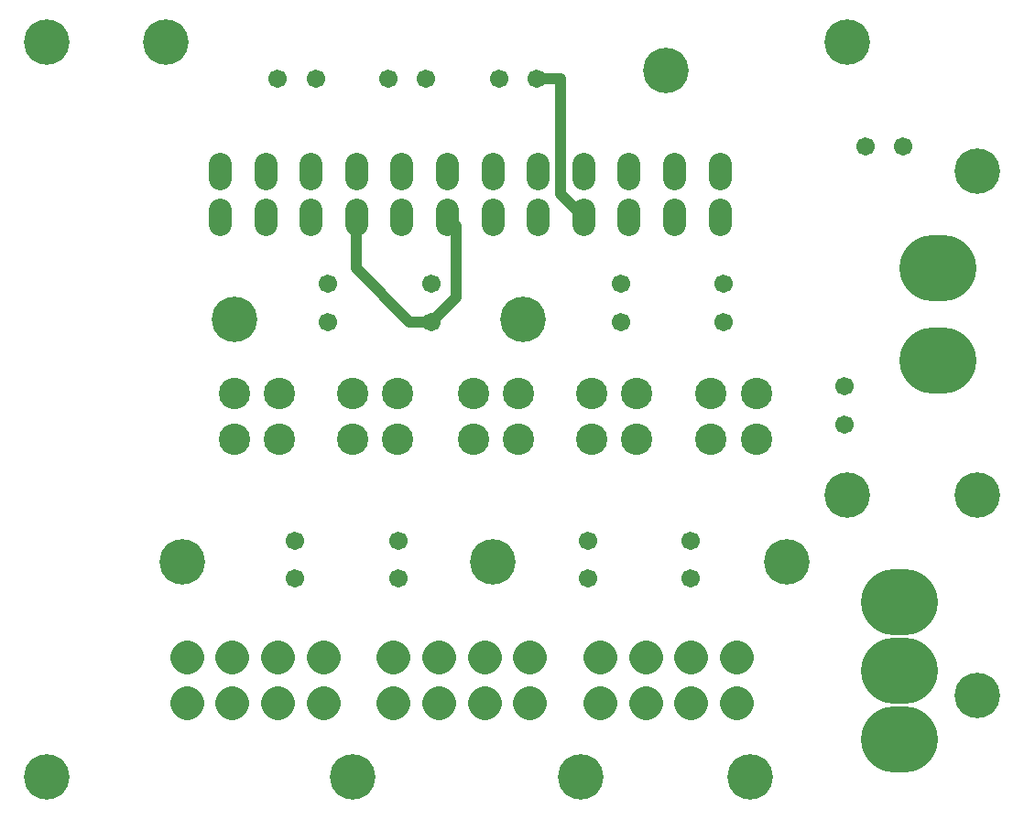
<source format=gbs>
G04 Layer: BottomSolderMaskLayer*
G04 EasyEDA v6.4.19.4, 2021-09-18T03:44:13+08:00*
G04 1fc8be4444e141828a02f3c2f3ba565e,119f753a6ce64b8d841f2ad33262ab0c,10*
G04 Gerber Generator version 0.2*
G04 Scale: 100 percent, Rotated: No, Reflected: No *
G04 Dimensions in millimeters *
G04 leading zeros omitted , absolute positions ,4 integer and 5 decimal *
%FSLAX45Y45*%
%MOMM*%

%ADD12C,1.0000*%
%ADD26C,6.1016*%
%ADD27C,2.1000*%
%ADD28C,3.1016*%
%ADD29C,4.2032*%
%ADD30C,1.7016*%
%ADD31C,2.9016*%

%LPD*%
D12*
X3306097Y5631992D02*
G01*
X3306097Y5152102D01*
X3797315Y4660884D01*
X4000500Y4660884D01*
X4146100Y5631992D02*
G01*
X4229100Y5548993D01*
X4229100Y4889484D01*
X4000500Y4660884D01*
X5194300Y6908800D02*
G01*
X5105400Y6908800D01*
X5105400Y6908800D02*
G01*
X4975608Y6908800D01*
X5406095Y5631990D02*
G01*
X5194300Y5843785D01*
X5194300Y6908800D01*
D26*
X8736799Y5156200D02*
G01*
X8636800Y5156200D01*
X8381199Y2070100D02*
G01*
X8281200Y2070100D01*
X8381199Y1435100D02*
G01*
X8281200Y1435100D01*
X8381199Y800100D02*
G01*
X8281200Y800100D01*
X8736799Y4305300D02*
G01*
X8636800Y4305300D01*
D27*
X2046104Y5701992D02*
G01*
X2046104Y5561992D01*
X2046104Y6122007D02*
G01*
X2046104Y5982007D01*
X2466093Y5701992D02*
G01*
X2466093Y5561992D01*
X2466093Y6122007D02*
G01*
X2466093Y5982007D01*
X2886108Y5701992D02*
G01*
X2886108Y5561992D01*
X2886108Y6122007D02*
G01*
X2886108Y5982007D01*
X3306097Y5701992D02*
G01*
X3306097Y5561992D01*
X3306097Y6122007D02*
G01*
X3306097Y5982007D01*
X3726111Y5701992D02*
G01*
X3726111Y5561992D01*
X3726111Y6122007D02*
G01*
X3726111Y5982007D01*
X4146100Y5701992D02*
G01*
X4146100Y5561992D01*
X4146100Y6122007D02*
G01*
X4146100Y5982007D01*
X4566114Y5701992D02*
G01*
X4566114Y5561992D01*
X4566114Y6122007D02*
G01*
X4566114Y5982007D01*
X4986103Y5701992D02*
G01*
X4986103Y5561992D01*
X4986103Y6122007D02*
G01*
X4986103Y5982007D01*
X5406092Y5701992D02*
G01*
X5406092Y5561992D01*
X5406092Y6122007D02*
G01*
X5406092Y5982007D01*
X5826107Y5701992D02*
G01*
X5826107Y5561992D01*
X5826107Y6122007D02*
G01*
X5826107Y5982007D01*
X6246096Y5701992D02*
G01*
X6246096Y5561992D01*
X6246096Y6122007D02*
G01*
X6246096Y5982007D01*
X6666110Y5701992D02*
G01*
X6666110Y5561992D01*
X6666110Y6122007D02*
G01*
X6666110Y5982007D01*
D28*
X1737995Y1136650D02*
G01*
X1737995Y1136650D01*
X1737995Y1556765D02*
G01*
X1737995Y1556765D01*
X2158111Y1136650D02*
G01*
X2158111Y1136650D01*
X2158111Y1556765D02*
G01*
X2158111Y1556765D01*
X2578988Y1135634D02*
G01*
X2578988Y1135634D01*
X2578988Y1555750D02*
G01*
X2578988Y1555750D01*
X2999104Y1135634D02*
G01*
X2999104Y1135634D01*
X2999104Y1555750D02*
G01*
X2999104Y1555750D01*
X3649345Y1136650D02*
G01*
X3649345Y1136650D01*
X3649345Y1556765D02*
G01*
X3649345Y1556765D01*
X4069461Y1136650D02*
G01*
X4069461Y1136650D01*
X4069461Y1556765D02*
G01*
X4069461Y1556765D01*
X4490338Y1135634D02*
G01*
X4490338Y1135634D01*
X4490338Y1555750D02*
G01*
X4490338Y1555750D01*
X4910454Y1135634D02*
G01*
X4910454Y1135634D01*
X4910454Y1555750D02*
G01*
X4910454Y1555750D01*
X5560695Y1136650D02*
G01*
X5560695Y1136650D01*
X5560695Y1556765D02*
G01*
X5560695Y1556765D01*
X5980811Y1136650D02*
G01*
X5980811Y1136650D01*
X5980811Y1556765D02*
G01*
X5980811Y1556765D01*
X6401688Y1135634D02*
G01*
X6401688Y1135634D01*
X6401688Y1555750D02*
G01*
X6401688Y1555750D01*
X6821804Y1135634D02*
G01*
X6821804Y1135634D01*
X6821804Y1555750D02*
G01*
X6821804Y1555750D01*
D29*
G01*
X449999Y449999D03*
G01*
X449999Y7250000D03*
G01*
X1549999Y7250000D03*
G01*
X7849999Y7250000D03*
G01*
X6949998Y449999D03*
G01*
X9049999Y1200000D03*
G01*
X9049999Y6050000D03*
G01*
X2184400Y4686300D03*
G01*
X4851400Y4686300D03*
G01*
X3276600Y450001D03*
G01*
X5384800Y450001D03*
G01*
X4572000Y2438400D03*
G01*
X1701800Y2438400D03*
G01*
X7289800Y2438400D03*
G01*
X7850002Y3060700D03*
G01*
X9050002Y3060700D03*
G01*
X6172200Y6985000D03*
D30*
G01*
X4625593Y6908800D03*
G01*
X4975606Y6908800D03*
G01*
X4000500Y4660884D03*
G01*
X4000500Y5010896D03*
G01*
X3048000Y4660884D03*
G01*
X3048000Y5010896D03*
G01*
X5753100Y4660900D03*
G01*
X5753100Y5010912D03*
G01*
X6705600Y4660900D03*
G01*
X6705600Y5010912D03*
D31*
G01*
X2597658Y3994657D03*
G01*
X2597658Y3574542D03*
G01*
X2177541Y3994657D03*
G01*
X2177541Y3574542D03*
G01*
X3689858Y3994657D03*
G01*
X3689858Y3574542D03*
G01*
X3269741Y3994657D03*
G01*
X3269741Y3574542D03*
G01*
X4807458Y3994657D03*
G01*
X4807458Y3574542D03*
G01*
X4387341Y3994657D03*
G01*
X4387341Y3574542D03*
G01*
X5899658Y3994657D03*
G01*
X5899658Y3574542D03*
G01*
X5479541Y3994657D03*
G01*
X5479541Y3574542D03*
G01*
X7004558Y3994657D03*
G01*
X7004558Y3574542D03*
G01*
X6584441Y3994657D03*
G01*
X6584441Y3574542D03*
D30*
G01*
X2743200Y2285984D03*
G01*
X2743200Y2635996D03*
G01*
X3695700Y2285984D03*
G01*
X3695700Y2635996D03*
G01*
X5448300Y2286000D03*
G01*
X5448300Y2636012D03*
G01*
X6400800Y2286000D03*
G01*
X6400800Y2636012D03*
G01*
X2933700Y6908800D03*
G01*
X2583688Y6908800D03*
G01*
X3954642Y6908800D03*
G01*
X3604630Y6908800D03*
G01*
X7823200Y4061205D03*
G01*
X7823200Y3711194D03*
G01*
X8016493Y6286500D03*
G01*
X8366506Y6286500D03*
M02*

</source>
